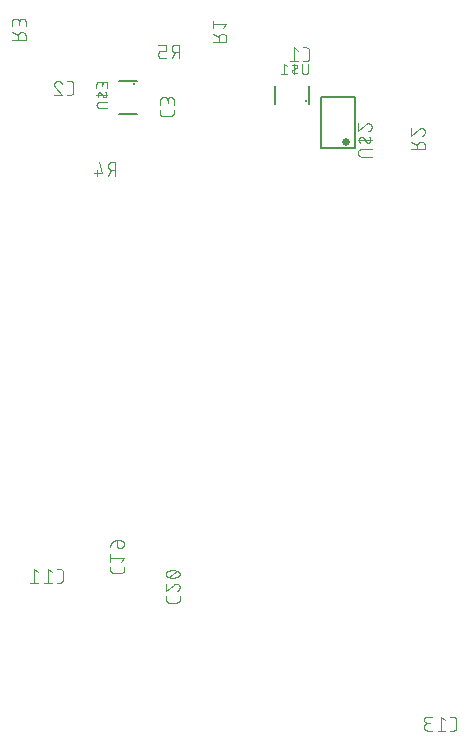
<source format=gbr>
G04 EAGLE Gerber RS-274X export*
G75*
%MOMM*%
%FSLAX34Y34*%
%LPD*%
%INSilkscreen Bottom*%
%IPPOS*%
%AMOC8*
5,1,8,0,0,1.08239X$1,22.5*%
G01*
%ADD10C,0.101600*%
%ADD11C,0.152400*%
%ADD12C,0.200000*%
%ADD13C,0.203200*%
%ADD14C,0.650000*%


D10*
X349864Y710108D02*
X352461Y710108D01*
X352560Y710110D01*
X352660Y710116D01*
X352759Y710125D01*
X352857Y710138D01*
X352955Y710155D01*
X353053Y710176D01*
X353149Y710201D01*
X353244Y710229D01*
X353338Y710261D01*
X353431Y710296D01*
X353523Y710335D01*
X353613Y710378D01*
X353701Y710423D01*
X353788Y710473D01*
X353872Y710525D01*
X353955Y710581D01*
X354035Y710639D01*
X354113Y710701D01*
X354188Y710766D01*
X354261Y710834D01*
X354331Y710904D01*
X354399Y710977D01*
X354464Y711052D01*
X354526Y711130D01*
X354584Y711210D01*
X354640Y711293D01*
X354692Y711377D01*
X354742Y711464D01*
X354787Y711552D01*
X354830Y711642D01*
X354869Y711734D01*
X354904Y711827D01*
X354936Y711921D01*
X354964Y712016D01*
X354989Y712112D01*
X355010Y712210D01*
X355027Y712308D01*
X355040Y712406D01*
X355049Y712505D01*
X355055Y712605D01*
X355057Y712704D01*
X355057Y719196D01*
X355055Y719295D01*
X355049Y719395D01*
X355040Y719494D01*
X355027Y719592D01*
X355010Y719690D01*
X354989Y719788D01*
X354964Y719884D01*
X354936Y719979D01*
X354904Y720073D01*
X354869Y720166D01*
X354830Y720258D01*
X354787Y720348D01*
X354742Y720436D01*
X354692Y720523D01*
X354640Y720607D01*
X354584Y720690D01*
X354526Y720770D01*
X354464Y720848D01*
X354399Y720923D01*
X354331Y720996D01*
X354261Y721066D01*
X354188Y721134D01*
X354113Y721199D01*
X354035Y721261D01*
X353955Y721319D01*
X353872Y721375D01*
X353788Y721427D01*
X353701Y721477D01*
X353613Y721522D01*
X353523Y721565D01*
X353431Y721604D01*
X353338Y721639D01*
X353244Y721671D01*
X353149Y721699D01*
X353053Y721724D01*
X352955Y721745D01*
X352857Y721762D01*
X352759Y721775D01*
X352660Y721784D01*
X352560Y721790D01*
X352461Y721792D01*
X349864Y721792D01*
X345499Y719196D02*
X342254Y721792D01*
X342254Y710108D01*
X345499Y710108D02*
X339008Y710108D01*
X143846Y268508D02*
X141249Y268508D01*
X143846Y268508D02*
X143945Y268510D01*
X144045Y268516D01*
X144144Y268525D01*
X144242Y268538D01*
X144340Y268555D01*
X144438Y268576D01*
X144534Y268601D01*
X144629Y268629D01*
X144723Y268661D01*
X144816Y268696D01*
X144908Y268735D01*
X144998Y268778D01*
X145086Y268823D01*
X145173Y268873D01*
X145257Y268925D01*
X145340Y268981D01*
X145420Y269039D01*
X145498Y269101D01*
X145573Y269166D01*
X145646Y269234D01*
X145716Y269304D01*
X145784Y269377D01*
X145849Y269452D01*
X145911Y269530D01*
X145969Y269610D01*
X146025Y269693D01*
X146077Y269777D01*
X146127Y269864D01*
X146172Y269952D01*
X146215Y270042D01*
X146254Y270134D01*
X146289Y270227D01*
X146321Y270321D01*
X146349Y270416D01*
X146374Y270512D01*
X146395Y270610D01*
X146412Y270708D01*
X146425Y270806D01*
X146434Y270905D01*
X146440Y271005D01*
X146442Y271104D01*
X146442Y277596D01*
X146440Y277695D01*
X146434Y277795D01*
X146425Y277894D01*
X146412Y277992D01*
X146395Y278090D01*
X146374Y278188D01*
X146349Y278284D01*
X146321Y278379D01*
X146289Y278473D01*
X146254Y278566D01*
X146215Y278658D01*
X146172Y278748D01*
X146127Y278836D01*
X146077Y278923D01*
X146025Y279007D01*
X145969Y279090D01*
X145911Y279170D01*
X145849Y279248D01*
X145784Y279323D01*
X145716Y279396D01*
X145646Y279466D01*
X145573Y279534D01*
X145498Y279599D01*
X145420Y279661D01*
X145340Y279719D01*
X145257Y279775D01*
X145173Y279827D01*
X145086Y279877D01*
X144998Y279922D01*
X144908Y279965D01*
X144816Y280004D01*
X144723Y280039D01*
X144629Y280071D01*
X144534Y280099D01*
X144438Y280124D01*
X144340Y280145D01*
X144242Y280162D01*
X144144Y280175D01*
X144045Y280184D01*
X143945Y280190D01*
X143846Y280192D01*
X141249Y280192D01*
X136884Y277596D02*
X133638Y280192D01*
X133638Y268508D01*
X130393Y268508D02*
X136884Y268508D01*
X125454Y277596D02*
X122208Y280192D01*
X122208Y268508D01*
X118963Y268508D02*
X125454Y268508D01*
X474444Y143458D02*
X477041Y143458D01*
X477140Y143460D01*
X477240Y143466D01*
X477339Y143475D01*
X477437Y143488D01*
X477535Y143505D01*
X477633Y143526D01*
X477729Y143551D01*
X477824Y143579D01*
X477918Y143611D01*
X478011Y143646D01*
X478103Y143685D01*
X478193Y143728D01*
X478281Y143773D01*
X478368Y143823D01*
X478452Y143875D01*
X478535Y143931D01*
X478615Y143989D01*
X478693Y144051D01*
X478768Y144116D01*
X478841Y144184D01*
X478911Y144254D01*
X478979Y144327D01*
X479044Y144402D01*
X479106Y144480D01*
X479164Y144560D01*
X479220Y144643D01*
X479272Y144727D01*
X479322Y144814D01*
X479367Y144902D01*
X479410Y144992D01*
X479449Y145084D01*
X479484Y145177D01*
X479516Y145271D01*
X479544Y145366D01*
X479569Y145462D01*
X479590Y145560D01*
X479607Y145658D01*
X479620Y145756D01*
X479629Y145855D01*
X479635Y145955D01*
X479637Y146054D01*
X479637Y152546D01*
X479635Y152645D01*
X479629Y152745D01*
X479620Y152844D01*
X479607Y152942D01*
X479590Y153040D01*
X479569Y153138D01*
X479544Y153234D01*
X479516Y153329D01*
X479484Y153423D01*
X479449Y153516D01*
X479410Y153608D01*
X479367Y153698D01*
X479322Y153786D01*
X479272Y153873D01*
X479220Y153957D01*
X479164Y154040D01*
X479106Y154120D01*
X479044Y154198D01*
X478979Y154273D01*
X478911Y154346D01*
X478841Y154416D01*
X478768Y154484D01*
X478693Y154549D01*
X478615Y154611D01*
X478535Y154669D01*
X478452Y154725D01*
X478368Y154777D01*
X478281Y154827D01*
X478193Y154872D01*
X478103Y154915D01*
X478011Y154954D01*
X477918Y154989D01*
X477824Y155021D01*
X477729Y155049D01*
X477633Y155074D01*
X477535Y155095D01*
X477437Y155112D01*
X477339Y155125D01*
X477240Y155134D01*
X477140Y155140D01*
X477041Y155142D01*
X474444Y155142D01*
X470079Y152546D02*
X466834Y155142D01*
X466834Y143458D01*
X470079Y143458D02*
X463588Y143458D01*
X458649Y143458D02*
X455404Y143458D01*
X455291Y143460D01*
X455178Y143466D01*
X455065Y143476D01*
X454952Y143490D01*
X454840Y143507D01*
X454729Y143529D01*
X454619Y143554D01*
X454509Y143584D01*
X454401Y143617D01*
X454294Y143654D01*
X454188Y143694D01*
X454084Y143739D01*
X453981Y143787D01*
X453880Y143838D01*
X453781Y143893D01*
X453684Y143951D01*
X453589Y144013D01*
X453496Y144078D01*
X453406Y144146D01*
X453318Y144217D01*
X453232Y144292D01*
X453149Y144369D01*
X453069Y144449D01*
X452992Y144532D01*
X452917Y144618D01*
X452846Y144706D01*
X452778Y144796D01*
X452713Y144889D01*
X452651Y144984D01*
X452593Y145081D01*
X452538Y145180D01*
X452487Y145281D01*
X452439Y145384D01*
X452394Y145488D01*
X452354Y145594D01*
X452317Y145701D01*
X452284Y145809D01*
X452254Y145919D01*
X452229Y146029D01*
X452207Y146140D01*
X452190Y146252D01*
X452176Y146365D01*
X452166Y146478D01*
X452160Y146591D01*
X452158Y146704D01*
X452160Y146817D01*
X452166Y146930D01*
X452176Y147043D01*
X452190Y147156D01*
X452207Y147268D01*
X452229Y147379D01*
X452254Y147489D01*
X452284Y147599D01*
X452317Y147707D01*
X452354Y147814D01*
X452394Y147920D01*
X452439Y148024D01*
X452487Y148127D01*
X452538Y148228D01*
X452593Y148327D01*
X452651Y148424D01*
X452713Y148519D01*
X452778Y148612D01*
X452846Y148702D01*
X452917Y148790D01*
X452992Y148876D01*
X453069Y148959D01*
X453149Y149039D01*
X453232Y149116D01*
X453318Y149191D01*
X453406Y149262D01*
X453496Y149330D01*
X453589Y149395D01*
X453684Y149457D01*
X453781Y149515D01*
X453880Y149570D01*
X453981Y149621D01*
X454084Y149669D01*
X454188Y149714D01*
X454294Y149754D01*
X454401Y149791D01*
X454509Y149824D01*
X454619Y149854D01*
X454729Y149879D01*
X454840Y149901D01*
X454952Y149918D01*
X455065Y149932D01*
X455178Y149942D01*
X455291Y149948D01*
X455404Y149950D01*
X454754Y155142D02*
X458649Y155142D01*
X454754Y155142D02*
X454653Y155140D01*
X454553Y155134D01*
X454453Y155124D01*
X454353Y155111D01*
X454254Y155093D01*
X454155Y155072D01*
X454058Y155047D01*
X453961Y155018D01*
X453866Y154985D01*
X453772Y154949D01*
X453680Y154909D01*
X453589Y154866D01*
X453500Y154819D01*
X453413Y154769D01*
X453327Y154715D01*
X453244Y154658D01*
X453164Y154598D01*
X453085Y154535D01*
X453009Y154468D01*
X452936Y154399D01*
X452866Y154327D01*
X452798Y154253D01*
X452733Y154176D01*
X452672Y154096D01*
X452613Y154014D01*
X452558Y153930D01*
X452506Y153844D01*
X452457Y153756D01*
X452412Y153666D01*
X452370Y153574D01*
X452332Y153481D01*
X452298Y153386D01*
X452267Y153291D01*
X452240Y153194D01*
X452217Y153096D01*
X452197Y152997D01*
X452182Y152897D01*
X452170Y152797D01*
X452162Y152697D01*
X452158Y152596D01*
X452158Y152496D01*
X452162Y152395D01*
X452170Y152295D01*
X452182Y152195D01*
X452197Y152095D01*
X452217Y151996D01*
X452240Y151898D01*
X452267Y151801D01*
X452298Y151706D01*
X452332Y151611D01*
X452370Y151518D01*
X452412Y151426D01*
X452457Y151336D01*
X452506Y151248D01*
X452558Y151162D01*
X452613Y151078D01*
X452672Y150996D01*
X452733Y150916D01*
X452798Y150839D01*
X452866Y150765D01*
X452936Y150693D01*
X453009Y150624D01*
X453085Y150557D01*
X453164Y150494D01*
X453244Y150434D01*
X453327Y150377D01*
X453413Y150323D01*
X453500Y150273D01*
X453589Y150226D01*
X453680Y150183D01*
X453772Y150143D01*
X453866Y150107D01*
X453961Y150074D01*
X454058Y150045D01*
X454155Y150020D01*
X454254Y149999D01*
X454353Y149981D01*
X454453Y149968D01*
X454553Y149958D01*
X454653Y149952D01*
X454754Y149950D01*
X454754Y149949D02*
X457351Y149949D01*
X186608Y279609D02*
X186608Y282206D01*
X186608Y279609D02*
X186610Y279510D01*
X186616Y279410D01*
X186625Y279311D01*
X186638Y279213D01*
X186655Y279115D01*
X186676Y279017D01*
X186701Y278921D01*
X186729Y278826D01*
X186761Y278732D01*
X186796Y278639D01*
X186835Y278547D01*
X186878Y278457D01*
X186923Y278369D01*
X186973Y278282D01*
X187025Y278198D01*
X187081Y278115D01*
X187139Y278035D01*
X187201Y277957D01*
X187266Y277882D01*
X187334Y277809D01*
X187404Y277739D01*
X187477Y277671D01*
X187552Y277606D01*
X187630Y277544D01*
X187710Y277486D01*
X187793Y277430D01*
X187877Y277378D01*
X187964Y277328D01*
X188052Y277283D01*
X188142Y277240D01*
X188234Y277201D01*
X188327Y277166D01*
X188421Y277134D01*
X188516Y277106D01*
X188612Y277081D01*
X188710Y277060D01*
X188808Y277043D01*
X188906Y277030D01*
X189005Y277021D01*
X189105Y277015D01*
X189204Y277013D01*
X195696Y277013D01*
X195795Y277015D01*
X195895Y277021D01*
X195994Y277030D01*
X196092Y277043D01*
X196190Y277060D01*
X196288Y277081D01*
X196384Y277106D01*
X196479Y277134D01*
X196573Y277166D01*
X196666Y277201D01*
X196758Y277240D01*
X196848Y277283D01*
X196936Y277328D01*
X197023Y277378D01*
X197107Y277430D01*
X197190Y277486D01*
X197270Y277544D01*
X197348Y277606D01*
X197423Y277671D01*
X197496Y277739D01*
X197566Y277809D01*
X197634Y277882D01*
X197699Y277957D01*
X197761Y278035D01*
X197819Y278115D01*
X197875Y278198D01*
X197927Y278282D01*
X197977Y278369D01*
X198022Y278457D01*
X198065Y278547D01*
X198104Y278639D01*
X198139Y278731D01*
X198171Y278826D01*
X198199Y278921D01*
X198224Y279017D01*
X198245Y279115D01*
X198262Y279213D01*
X198275Y279311D01*
X198284Y279410D01*
X198290Y279510D01*
X198292Y279609D01*
X198292Y282206D01*
X195696Y286571D02*
X198292Y289816D01*
X186608Y289816D01*
X186608Y286571D02*
X186608Y293062D01*
X191801Y300597D02*
X191801Y304492D01*
X191801Y300597D02*
X191803Y300498D01*
X191809Y300398D01*
X191818Y300299D01*
X191831Y300201D01*
X191848Y300103D01*
X191869Y300005D01*
X191894Y299909D01*
X191922Y299814D01*
X191954Y299720D01*
X191989Y299627D01*
X192028Y299535D01*
X192071Y299445D01*
X192116Y299357D01*
X192166Y299270D01*
X192218Y299186D01*
X192274Y299103D01*
X192332Y299023D01*
X192394Y298945D01*
X192459Y298870D01*
X192527Y298797D01*
X192597Y298727D01*
X192670Y298659D01*
X192745Y298594D01*
X192823Y298532D01*
X192903Y298474D01*
X192986Y298418D01*
X193070Y298366D01*
X193157Y298316D01*
X193245Y298271D01*
X193335Y298228D01*
X193427Y298189D01*
X193520Y298154D01*
X193614Y298122D01*
X193709Y298094D01*
X193805Y298069D01*
X193903Y298048D01*
X194001Y298031D01*
X194099Y298018D01*
X194198Y298009D01*
X194298Y298003D01*
X194397Y298001D01*
X195046Y298001D01*
X195046Y298000D02*
X195159Y298002D01*
X195272Y298008D01*
X195385Y298018D01*
X195498Y298032D01*
X195610Y298049D01*
X195721Y298071D01*
X195831Y298096D01*
X195941Y298126D01*
X196049Y298159D01*
X196156Y298196D01*
X196262Y298236D01*
X196366Y298281D01*
X196469Y298329D01*
X196570Y298380D01*
X196669Y298435D01*
X196766Y298493D01*
X196861Y298555D01*
X196954Y298620D01*
X197044Y298688D01*
X197132Y298759D01*
X197218Y298834D01*
X197301Y298911D01*
X197381Y298991D01*
X197458Y299074D01*
X197533Y299160D01*
X197604Y299248D01*
X197672Y299338D01*
X197737Y299431D01*
X197799Y299526D01*
X197857Y299623D01*
X197912Y299722D01*
X197963Y299823D01*
X198011Y299926D01*
X198056Y300030D01*
X198096Y300136D01*
X198133Y300243D01*
X198166Y300351D01*
X198196Y300461D01*
X198221Y300571D01*
X198243Y300682D01*
X198260Y300794D01*
X198274Y300907D01*
X198284Y301020D01*
X198290Y301133D01*
X198292Y301246D01*
X198290Y301359D01*
X198284Y301472D01*
X198274Y301585D01*
X198260Y301698D01*
X198243Y301810D01*
X198221Y301921D01*
X198196Y302031D01*
X198166Y302141D01*
X198133Y302249D01*
X198096Y302356D01*
X198056Y302462D01*
X198011Y302566D01*
X197963Y302669D01*
X197912Y302770D01*
X197857Y302869D01*
X197799Y302966D01*
X197737Y303061D01*
X197672Y303154D01*
X197604Y303244D01*
X197533Y303332D01*
X197458Y303418D01*
X197381Y303501D01*
X197301Y303581D01*
X197218Y303658D01*
X197132Y303733D01*
X197044Y303804D01*
X196954Y303872D01*
X196861Y303937D01*
X196766Y303999D01*
X196669Y304057D01*
X196570Y304112D01*
X196469Y304163D01*
X196366Y304211D01*
X196262Y304256D01*
X196156Y304296D01*
X196049Y304333D01*
X195941Y304366D01*
X195831Y304396D01*
X195721Y304421D01*
X195610Y304443D01*
X195498Y304460D01*
X195385Y304474D01*
X195272Y304484D01*
X195159Y304490D01*
X195046Y304492D01*
X191801Y304492D01*
X191658Y304490D01*
X191515Y304484D01*
X191372Y304474D01*
X191230Y304460D01*
X191088Y304443D01*
X190946Y304421D01*
X190805Y304396D01*
X190665Y304366D01*
X190526Y304333D01*
X190388Y304296D01*
X190251Y304255D01*
X190115Y304211D01*
X189980Y304162D01*
X189847Y304110D01*
X189715Y304055D01*
X189585Y303995D01*
X189456Y303932D01*
X189329Y303866D01*
X189205Y303796D01*
X189082Y303723D01*
X188961Y303646D01*
X188842Y303566D01*
X188726Y303483D01*
X188611Y303397D01*
X188500Y303308D01*
X188390Y303215D01*
X188284Y303120D01*
X188180Y303021D01*
X188079Y302920D01*
X187980Y302816D01*
X187885Y302710D01*
X187792Y302600D01*
X187703Y302489D01*
X187617Y302374D01*
X187534Y302258D01*
X187454Y302139D01*
X187377Y302018D01*
X187304Y301896D01*
X187234Y301771D01*
X187168Y301644D01*
X187105Y301515D01*
X187045Y301385D01*
X186990Y301253D01*
X186938Y301120D01*
X186889Y300985D01*
X186845Y300849D01*
X186804Y300712D01*
X186767Y300574D01*
X186734Y300435D01*
X186704Y300295D01*
X186679Y300154D01*
X186657Y300012D01*
X186640Y299870D01*
X186626Y299728D01*
X186616Y299585D01*
X186610Y299442D01*
X186608Y299299D01*
X152496Y681708D02*
X149899Y681708D01*
X152496Y681708D02*
X152595Y681710D01*
X152695Y681716D01*
X152794Y681725D01*
X152892Y681738D01*
X152990Y681755D01*
X153088Y681776D01*
X153184Y681801D01*
X153279Y681829D01*
X153373Y681861D01*
X153466Y681896D01*
X153558Y681935D01*
X153648Y681978D01*
X153736Y682023D01*
X153823Y682073D01*
X153907Y682125D01*
X153990Y682181D01*
X154070Y682239D01*
X154148Y682301D01*
X154223Y682366D01*
X154296Y682434D01*
X154366Y682504D01*
X154434Y682577D01*
X154499Y682652D01*
X154561Y682730D01*
X154619Y682810D01*
X154675Y682893D01*
X154727Y682977D01*
X154777Y683064D01*
X154822Y683152D01*
X154865Y683242D01*
X154904Y683334D01*
X154939Y683427D01*
X154971Y683521D01*
X154999Y683616D01*
X155024Y683712D01*
X155045Y683810D01*
X155062Y683908D01*
X155075Y684006D01*
X155084Y684105D01*
X155090Y684205D01*
X155092Y684304D01*
X155092Y690796D01*
X155090Y690895D01*
X155084Y690995D01*
X155075Y691094D01*
X155062Y691192D01*
X155045Y691290D01*
X155024Y691388D01*
X154999Y691484D01*
X154971Y691579D01*
X154939Y691673D01*
X154904Y691766D01*
X154865Y691858D01*
X154822Y691948D01*
X154777Y692036D01*
X154727Y692123D01*
X154675Y692207D01*
X154619Y692290D01*
X154561Y692370D01*
X154499Y692448D01*
X154434Y692523D01*
X154366Y692596D01*
X154296Y692666D01*
X154223Y692734D01*
X154148Y692799D01*
X154070Y692861D01*
X153990Y692919D01*
X153907Y692975D01*
X153823Y693027D01*
X153736Y693077D01*
X153648Y693122D01*
X153558Y693165D01*
X153466Y693204D01*
X153373Y693239D01*
X153279Y693271D01*
X153184Y693299D01*
X153088Y693324D01*
X152990Y693345D01*
X152892Y693362D01*
X152794Y693375D01*
X152695Y693384D01*
X152595Y693390D01*
X152496Y693392D01*
X149899Y693392D01*
X141964Y693392D02*
X141857Y693390D01*
X141751Y693384D01*
X141645Y693374D01*
X141539Y693361D01*
X141433Y693343D01*
X141329Y693322D01*
X141225Y693297D01*
X141122Y693268D01*
X141021Y693236D01*
X140921Y693199D01*
X140822Y693159D01*
X140724Y693116D01*
X140628Y693069D01*
X140534Y693018D01*
X140442Y692964D01*
X140352Y692907D01*
X140264Y692847D01*
X140179Y692783D01*
X140096Y692716D01*
X140015Y692646D01*
X139937Y692574D01*
X139861Y692498D01*
X139789Y692420D01*
X139719Y692339D01*
X139652Y692256D01*
X139588Y692171D01*
X139528Y692083D01*
X139471Y691993D01*
X139417Y691901D01*
X139366Y691807D01*
X139319Y691711D01*
X139276Y691613D01*
X139236Y691514D01*
X139199Y691414D01*
X139167Y691313D01*
X139138Y691210D01*
X139113Y691106D01*
X139092Y691002D01*
X139074Y690896D01*
X139061Y690790D01*
X139051Y690684D01*
X139045Y690578D01*
X139043Y690471D01*
X141964Y693392D02*
X142085Y693390D01*
X142206Y693384D01*
X142326Y693374D01*
X142447Y693361D01*
X142566Y693343D01*
X142686Y693322D01*
X142804Y693297D01*
X142921Y693268D01*
X143038Y693235D01*
X143153Y693199D01*
X143267Y693158D01*
X143380Y693115D01*
X143492Y693067D01*
X143601Y693016D01*
X143709Y692961D01*
X143816Y692903D01*
X143920Y692842D01*
X144022Y692777D01*
X144122Y692709D01*
X144220Y692638D01*
X144316Y692564D01*
X144409Y692487D01*
X144499Y692406D01*
X144587Y692323D01*
X144672Y692237D01*
X144755Y692148D01*
X144834Y692057D01*
X144911Y691963D01*
X144984Y691867D01*
X145054Y691769D01*
X145121Y691668D01*
X145185Y691565D01*
X145246Y691460D01*
X145303Y691353D01*
X145356Y691245D01*
X145406Y691135D01*
X145452Y691023D01*
X145495Y690910D01*
X145534Y690795D01*
X140017Y688199D02*
X139938Y688277D01*
X139862Y688357D01*
X139789Y688440D01*
X139719Y688526D01*
X139652Y688613D01*
X139588Y688704D01*
X139528Y688796D01*
X139470Y688890D01*
X139416Y688987D01*
X139366Y689085D01*
X139319Y689185D01*
X139275Y689286D01*
X139235Y689389D01*
X139199Y689494D01*
X139167Y689599D01*
X139138Y689706D01*
X139113Y689813D01*
X139091Y689922D01*
X139074Y690031D01*
X139060Y690140D01*
X139051Y690250D01*
X139045Y690361D01*
X139043Y690471D01*
X140016Y688199D02*
X145534Y681708D01*
X139043Y681708D01*
X233608Y257006D02*
X233608Y254409D01*
X233610Y254310D01*
X233616Y254210D01*
X233625Y254111D01*
X233638Y254013D01*
X233655Y253915D01*
X233676Y253817D01*
X233701Y253721D01*
X233729Y253626D01*
X233761Y253532D01*
X233796Y253439D01*
X233835Y253347D01*
X233878Y253257D01*
X233923Y253169D01*
X233973Y253082D01*
X234025Y252998D01*
X234081Y252915D01*
X234139Y252835D01*
X234201Y252757D01*
X234266Y252682D01*
X234334Y252609D01*
X234404Y252539D01*
X234477Y252471D01*
X234552Y252406D01*
X234630Y252344D01*
X234710Y252286D01*
X234793Y252230D01*
X234877Y252178D01*
X234964Y252128D01*
X235052Y252083D01*
X235142Y252040D01*
X235234Y252001D01*
X235327Y251966D01*
X235421Y251934D01*
X235516Y251906D01*
X235612Y251881D01*
X235710Y251860D01*
X235808Y251843D01*
X235906Y251830D01*
X236005Y251821D01*
X236105Y251815D01*
X236204Y251813D01*
X242696Y251813D01*
X242795Y251815D01*
X242895Y251821D01*
X242994Y251830D01*
X243092Y251843D01*
X243190Y251860D01*
X243288Y251881D01*
X243384Y251906D01*
X243479Y251934D01*
X243573Y251966D01*
X243666Y252001D01*
X243758Y252040D01*
X243848Y252083D01*
X243936Y252128D01*
X244023Y252178D01*
X244107Y252230D01*
X244190Y252286D01*
X244270Y252344D01*
X244348Y252406D01*
X244423Y252471D01*
X244496Y252539D01*
X244566Y252609D01*
X244634Y252682D01*
X244699Y252757D01*
X244761Y252835D01*
X244819Y252915D01*
X244875Y252998D01*
X244927Y253082D01*
X244977Y253169D01*
X245022Y253257D01*
X245065Y253347D01*
X245104Y253439D01*
X245139Y253531D01*
X245171Y253626D01*
X245199Y253721D01*
X245224Y253817D01*
X245245Y253915D01*
X245262Y254013D01*
X245275Y254111D01*
X245284Y254210D01*
X245290Y254310D01*
X245292Y254409D01*
X245292Y257006D01*
X245292Y264941D02*
X245290Y265048D01*
X245284Y265154D01*
X245274Y265260D01*
X245261Y265366D01*
X245243Y265472D01*
X245222Y265576D01*
X245197Y265680D01*
X245168Y265783D01*
X245136Y265884D01*
X245099Y265984D01*
X245059Y266083D01*
X245016Y266181D01*
X244969Y266277D01*
X244918Y266371D01*
X244864Y266463D01*
X244807Y266553D01*
X244747Y266641D01*
X244683Y266726D01*
X244616Y266809D01*
X244546Y266890D01*
X244474Y266968D01*
X244398Y267044D01*
X244320Y267116D01*
X244239Y267186D01*
X244156Y267253D01*
X244071Y267317D01*
X243983Y267377D01*
X243893Y267434D01*
X243801Y267488D01*
X243707Y267539D01*
X243611Y267586D01*
X243513Y267629D01*
X243414Y267669D01*
X243314Y267706D01*
X243213Y267738D01*
X243110Y267767D01*
X243006Y267792D01*
X242902Y267813D01*
X242796Y267831D01*
X242690Y267844D01*
X242584Y267854D01*
X242478Y267860D01*
X242371Y267862D01*
X245292Y264941D02*
X245290Y264820D01*
X245284Y264699D01*
X245274Y264579D01*
X245261Y264458D01*
X245243Y264339D01*
X245222Y264219D01*
X245197Y264101D01*
X245168Y263984D01*
X245135Y263867D01*
X245099Y263752D01*
X245058Y263638D01*
X245015Y263525D01*
X244967Y263413D01*
X244916Y263304D01*
X244861Y263196D01*
X244803Y263089D01*
X244742Y262985D01*
X244677Y262883D01*
X244609Y262783D01*
X244538Y262685D01*
X244464Y262589D01*
X244387Y262496D01*
X244306Y262406D01*
X244223Y262318D01*
X244137Y262233D01*
X244048Y262150D01*
X243957Y262071D01*
X243863Y261994D01*
X243767Y261921D01*
X243669Y261851D01*
X243568Y261784D01*
X243465Y261720D01*
X243360Y261660D01*
X243253Y261603D01*
X243145Y261549D01*
X243035Y261499D01*
X242923Y261453D01*
X242810Y261410D01*
X242695Y261371D01*
X240099Y266889D02*
X240176Y266968D01*
X240257Y267044D01*
X240340Y267117D01*
X240425Y267187D01*
X240513Y267254D01*
X240603Y267318D01*
X240695Y267378D01*
X240790Y267435D01*
X240886Y267489D01*
X240984Y267540D01*
X241084Y267587D01*
X241186Y267631D01*
X241289Y267671D01*
X241393Y267707D01*
X241499Y267739D01*
X241605Y267768D01*
X241713Y267793D01*
X241821Y267815D01*
X241931Y267832D01*
X242040Y267846D01*
X242150Y267855D01*
X242261Y267861D01*
X242371Y267863D01*
X240099Y266888D02*
X233608Y261371D01*
X233608Y267862D01*
X239450Y272801D02*
X239680Y272804D01*
X239910Y272812D01*
X240139Y272826D01*
X240368Y272845D01*
X240597Y272870D01*
X240824Y272900D01*
X241052Y272935D01*
X241278Y272976D01*
X241503Y273022D01*
X241727Y273074D01*
X241949Y273131D01*
X242171Y273193D01*
X242390Y273261D01*
X242608Y273334D01*
X242825Y273412D01*
X243039Y273495D01*
X243251Y273583D01*
X243461Y273676D01*
X243669Y273775D01*
X243669Y273774D02*
X243759Y273807D01*
X243848Y273843D01*
X243936Y273883D01*
X244021Y273927D01*
X244105Y273974D01*
X244187Y274024D01*
X244267Y274078D01*
X244344Y274134D01*
X244420Y274194D01*
X244493Y274257D01*
X244563Y274322D01*
X244631Y274391D01*
X244695Y274462D01*
X244757Y274535D01*
X244816Y274611D01*
X244872Y274689D01*
X244925Y274770D01*
X244974Y274852D01*
X245020Y274936D01*
X245063Y275023D01*
X245102Y275110D01*
X245138Y275200D01*
X245170Y275290D01*
X245198Y275382D01*
X245223Y275475D01*
X245244Y275569D01*
X245261Y275663D01*
X245275Y275758D01*
X245284Y275854D01*
X245290Y275950D01*
X245292Y276046D01*
X245290Y276142D01*
X245284Y276238D01*
X245275Y276334D01*
X245261Y276429D01*
X245244Y276523D01*
X245223Y276617D01*
X245198Y276710D01*
X245170Y276802D01*
X245138Y276892D01*
X245102Y276982D01*
X245063Y277069D01*
X245020Y277156D01*
X244974Y277240D01*
X244925Y277322D01*
X244872Y277403D01*
X244816Y277481D01*
X244757Y277557D01*
X244695Y277630D01*
X244631Y277701D01*
X244563Y277770D01*
X244493Y277835D01*
X244420Y277898D01*
X244344Y277958D01*
X244267Y278014D01*
X244187Y278068D01*
X244105Y278118D01*
X244021Y278165D01*
X243936Y278209D01*
X243848Y278249D01*
X243759Y278285D01*
X243669Y278318D01*
X243669Y278319D02*
X243462Y278418D01*
X243252Y278511D01*
X243039Y278599D01*
X242825Y278682D01*
X242609Y278760D01*
X242391Y278833D01*
X242171Y278901D01*
X241950Y278963D01*
X241727Y279020D01*
X241503Y279072D01*
X241278Y279118D01*
X241052Y279159D01*
X240825Y279194D01*
X240597Y279224D01*
X240368Y279249D01*
X240139Y279268D01*
X239910Y279282D01*
X239680Y279290D01*
X239450Y279293D01*
X239450Y272801D02*
X239220Y272804D01*
X238990Y272812D01*
X238761Y272826D01*
X238532Y272845D01*
X238303Y272870D01*
X238075Y272900D01*
X237848Y272935D01*
X237622Y272976D01*
X237397Y273022D01*
X237173Y273074D01*
X236950Y273131D01*
X236729Y273193D01*
X236509Y273261D01*
X236291Y273334D01*
X236075Y273412D01*
X235861Y273495D01*
X235649Y273583D01*
X235438Y273676D01*
X235231Y273775D01*
X235231Y273774D02*
X235141Y273807D01*
X235052Y273843D01*
X234964Y273884D01*
X234879Y273927D01*
X234795Y273974D01*
X234713Y274024D01*
X234633Y274078D01*
X234556Y274134D01*
X234480Y274194D01*
X234407Y274257D01*
X234337Y274322D01*
X234269Y274391D01*
X234205Y274462D01*
X234143Y274535D01*
X234084Y274611D01*
X234028Y274689D01*
X233975Y274770D01*
X233926Y274852D01*
X233880Y274936D01*
X233837Y275023D01*
X233798Y275110D01*
X233762Y275200D01*
X233730Y275290D01*
X233702Y275382D01*
X233677Y275475D01*
X233656Y275569D01*
X233639Y275663D01*
X233625Y275758D01*
X233616Y275854D01*
X233610Y275950D01*
X233608Y276046D01*
X235231Y278318D02*
X235438Y278417D01*
X235649Y278510D01*
X235861Y278598D01*
X236075Y278681D01*
X236291Y278759D01*
X236509Y278832D01*
X236729Y278900D01*
X236950Y278962D01*
X237173Y279019D01*
X237397Y279071D01*
X237622Y279117D01*
X237848Y279158D01*
X238075Y279193D01*
X238303Y279223D01*
X238532Y279248D01*
X238761Y279267D01*
X238990Y279281D01*
X239220Y279289D01*
X239450Y279292D01*
X235231Y278318D02*
X235141Y278285D01*
X235052Y278249D01*
X234964Y278209D01*
X234879Y278165D01*
X234795Y278118D01*
X234713Y278068D01*
X234633Y278014D01*
X234556Y277958D01*
X234480Y277898D01*
X234407Y277835D01*
X234337Y277770D01*
X234269Y277701D01*
X234205Y277630D01*
X234143Y277557D01*
X234084Y277481D01*
X234028Y277403D01*
X233975Y277322D01*
X233926Y277240D01*
X233880Y277156D01*
X233837Y277069D01*
X233798Y276982D01*
X233762Y276892D01*
X233730Y276802D01*
X233702Y276710D01*
X233677Y276617D01*
X233656Y276523D01*
X233639Y276429D01*
X233625Y276334D01*
X233616Y276238D01*
X233610Y276142D01*
X233608Y276046D01*
X236204Y273450D02*
X242696Y278643D01*
X228608Y666439D02*
X228608Y669036D01*
X228608Y666439D02*
X228610Y666340D01*
X228616Y666240D01*
X228625Y666141D01*
X228638Y666043D01*
X228655Y665945D01*
X228676Y665847D01*
X228701Y665751D01*
X228729Y665656D01*
X228761Y665562D01*
X228796Y665469D01*
X228835Y665377D01*
X228878Y665287D01*
X228923Y665199D01*
X228973Y665112D01*
X229025Y665028D01*
X229081Y664945D01*
X229139Y664865D01*
X229201Y664787D01*
X229266Y664712D01*
X229334Y664639D01*
X229404Y664569D01*
X229477Y664501D01*
X229552Y664436D01*
X229630Y664374D01*
X229710Y664316D01*
X229793Y664260D01*
X229877Y664208D01*
X229964Y664158D01*
X230052Y664113D01*
X230142Y664070D01*
X230234Y664031D01*
X230327Y663996D01*
X230421Y663964D01*
X230516Y663936D01*
X230612Y663911D01*
X230710Y663890D01*
X230808Y663873D01*
X230906Y663860D01*
X231005Y663851D01*
X231105Y663845D01*
X231204Y663843D01*
X237696Y663843D01*
X237795Y663845D01*
X237895Y663851D01*
X237994Y663860D01*
X238092Y663873D01*
X238190Y663890D01*
X238288Y663911D01*
X238384Y663936D01*
X238479Y663964D01*
X238573Y663996D01*
X238666Y664031D01*
X238758Y664070D01*
X238848Y664113D01*
X238936Y664158D01*
X239023Y664208D01*
X239107Y664260D01*
X239190Y664316D01*
X239270Y664374D01*
X239348Y664436D01*
X239423Y664501D01*
X239496Y664569D01*
X239566Y664639D01*
X239634Y664712D01*
X239699Y664787D01*
X239761Y664865D01*
X239819Y664945D01*
X239875Y665028D01*
X239927Y665112D01*
X239977Y665199D01*
X240022Y665287D01*
X240065Y665377D01*
X240104Y665469D01*
X240139Y665561D01*
X240171Y665656D01*
X240199Y665751D01*
X240224Y665847D01*
X240245Y665945D01*
X240262Y666043D01*
X240275Y666141D01*
X240284Y666240D01*
X240290Y666340D01*
X240292Y666439D01*
X240292Y669036D01*
X228608Y673401D02*
X228608Y676646D01*
X228610Y676759D01*
X228616Y676872D01*
X228626Y676985D01*
X228640Y677098D01*
X228657Y677210D01*
X228679Y677321D01*
X228704Y677431D01*
X228734Y677541D01*
X228767Y677649D01*
X228804Y677756D01*
X228844Y677862D01*
X228889Y677966D01*
X228937Y678069D01*
X228988Y678170D01*
X229043Y678269D01*
X229101Y678366D01*
X229163Y678461D01*
X229228Y678554D01*
X229296Y678644D01*
X229367Y678732D01*
X229442Y678818D01*
X229519Y678901D01*
X229599Y678981D01*
X229682Y679058D01*
X229768Y679133D01*
X229856Y679204D01*
X229946Y679272D01*
X230039Y679337D01*
X230134Y679399D01*
X230231Y679457D01*
X230330Y679512D01*
X230431Y679563D01*
X230534Y679611D01*
X230638Y679656D01*
X230744Y679696D01*
X230851Y679733D01*
X230959Y679766D01*
X231069Y679796D01*
X231179Y679821D01*
X231290Y679843D01*
X231402Y679860D01*
X231515Y679874D01*
X231628Y679884D01*
X231741Y679890D01*
X231854Y679892D01*
X231967Y679890D01*
X232080Y679884D01*
X232193Y679874D01*
X232306Y679860D01*
X232418Y679843D01*
X232529Y679821D01*
X232639Y679796D01*
X232749Y679766D01*
X232857Y679733D01*
X232964Y679696D01*
X233070Y679656D01*
X233174Y679611D01*
X233277Y679563D01*
X233378Y679512D01*
X233477Y679457D01*
X233574Y679399D01*
X233669Y679337D01*
X233762Y679272D01*
X233852Y679204D01*
X233940Y679133D01*
X234026Y679058D01*
X234109Y678981D01*
X234189Y678901D01*
X234266Y678818D01*
X234341Y678732D01*
X234412Y678644D01*
X234480Y678554D01*
X234545Y678461D01*
X234607Y678366D01*
X234665Y678269D01*
X234720Y678170D01*
X234771Y678069D01*
X234819Y677966D01*
X234864Y677862D01*
X234904Y677756D01*
X234941Y677649D01*
X234974Y677541D01*
X235004Y677431D01*
X235029Y677321D01*
X235051Y677210D01*
X235068Y677098D01*
X235082Y676985D01*
X235092Y676872D01*
X235098Y676759D01*
X235100Y676646D01*
X240292Y677296D02*
X240292Y673401D01*
X240292Y677296D02*
X240290Y677397D01*
X240284Y677497D01*
X240274Y677597D01*
X240261Y677697D01*
X240243Y677796D01*
X240222Y677895D01*
X240197Y677992D01*
X240168Y678089D01*
X240135Y678184D01*
X240099Y678278D01*
X240059Y678370D01*
X240016Y678461D01*
X239969Y678550D01*
X239919Y678637D01*
X239865Y678723D01*
X239808Y678806D01*
X239748Y678886D01*
X239685Y678965D01*
X239618Y679041D01*
X239549Y679114D01*
X239477Y679184D01*
X239403Y679252D01*
X239326Y679317D01*
X239246Y679378D01*
X239164Y679437D01*
X239080Y679492D01*
X238994Y679544D01*
X238906Y679593D01*
X238816Y679638D01*
X238724Y679680D01*
X238631Y679718D01*
X238536Y679752D01*
X238441Y679783D01*
X238344Y679810D01*
X238246Y679833D01*
X238147Y679853D01*
X238047Y679868D01*
X237947Y679880D01*
X237847Y679888D01*
X237746Y679892D01*
X237646Y679892D01*
X237545Y679888D01*
X237445Y679880D01*
X237345Y679868D01*
X237245Y679853D01*
X237146Y679833D01*
X237048Y679810D01*
X236951Y679783D01*
X236856Y679752D01*
X236761Y679718D01*
X236668Y679680D01*
X236576Y679638D01*
X236486Y679593D01*
X236398Y679544D01*
X236312Y679492D01*
X236228Y679437D01*
X236146Y679378D01*
X236066Y679317D01*
X235989Y679252D01*
X235915Y679184D01*
X235843Y679114D01*
X235774Y679041D01*
X235707Y678965D01*
X235644Y678886D01*
X235584Y678806D01*
X235527Y678723D01*
X235473Y678637D01*
X235423Y678550D01*
X235376Y678461D01*
X235333Y678370D01*
X235293Y678278D01*
X235257Y678184D01*
X235224Y678089D01*
X235195Y677992D01*
X235170Y677895D01*
X235149Y677796D01*
X235131Y677697D01*
X235118Y677597D01*
X235108Y677497D01*
X235102Y677397D01*
X235100Y677296D01*
X235099Y677296D02*
X235099Y674699D01*
X273108Y726745D02*
X284792Y726745D01*
X284792Y729990D01*
X284790Y730103D01*
X284784Y730216D01*
X284774Y730329D01*
X284760Y730442D01*
X284743Y730554D01*
X284721Y730665D01*
X284696Y730775D01*
X284666Y730885D01*
X284633Y730993D01*
X284596Y731100D01*
X284556Y731206D01*
X284511Y731310D01*
X284463Y731413D01*
X284412Y731514D01*
X284357Y731613D01*
X284299Y731710D01*
X284237Y731805D01*
X284172Y731898D01*
X284104Y731988D01*
X284033Y732076D01*
X283958Y732162D01*
X283881Y732245D01*
X283801Y732325D01*
X283718Y732402D01*
X283632Y732477D01*
X283544Y732548D01*
X283454Y732616D01*
X283361Y732681D01*
X283266Y732743D01*
X283169Y732801D01*
X283070Y732856D01*
X282969Y732907D01*
X282866Y732955D01*
X282762Y733000D01*
X282656Y733040D01*
X282549Y733077D01*
X282441Y733110D01*
X282331Y733140D01*
X282221Y733165D01*
X282110Y733187D01*
X281998Y733204D01*
X281885Y733218D01*
X281772Y733228D01*
X281659Y733234D01*
X281546Y733236D01*
X281433Y733234D01*
X281320Y733228D01*
X281207Y733218D01*
X281094Y733204D01*
X280982Y733187D01*
X280871Y733165D01*
X280761Y733140D01*
X280651Y733110D01*
X280543Y733077D01*
X280436Y733040D01*
X280330Y733000D01*
X280226Y732955D01*
X280123Y732907D01*
X280022Y732856D01*
X279923Y732801D01*
X279826Y732743D01*
X279731Y732681D01*
X279638Y732616D01*
X279548Y732548D01*
X279460Y732477D01*
X279374Y732402D01*
X279291Y732325D01*
X279211Y732245D01*
X279134Y732162D01*
X279059Y732076D01*
X278988Y731988D01*
X278920Y731898D01*
X278855Y731805D01*
X278793Y731710D01*
X278735Y731613D01*
X278680Y731514D01*
X278629Y731413D01*
X278581Y731310D01*
X278536Y731206D01*
X278496Y731100D01*
X278459Y730993D01*
X278426Y730885D01*
X278396Y730775D01*
X278371Y730665D01*
X278349Y730554D01*
X278332Y730442D01*
X278318Y730329D01*
X278308Y730216D01*
X278302Y730103D01*
X278300Y729990D01*
X278301Y729990D02*
X278301Y726745D01*
X278301Y730639D02*
X273108Y733236D01*
X282196Y738101D02*
X284792Y741346D01*
X273108Y741346D01*
X273108Y738101D02*
X273108Y744592D01*
X441208Y635608D02*
X452892Y635608D01*
X452892Y638854D01*
X452890Y638967D01*
X452884Y639080D01*
X452874Y639193D01*
X452860Y639306D01*
X452843Y639418D01*
X452821Y639529D01*
X452796Y639639D01*
X452766Y639749D01*
X452733Y639857D01*
X452696Y639964D01*
X452656Y640070D01*
X452611Y640174D01*
X452563Y640277D01*
X452512Y640378D01*
X452457Y640477D01*
X452399Y640574D01*
X452337Y640669D01*
X452272Y640762D01*
X452204Y640852D01*
X452133Y640940D01*
X452058Y641026D01*
X451981Y641109D01*
X451901Y641189D01*
X451818Y641266D01*
X451732Y641341D01*
X451644Y641412D01*
X451554Y641480D01*
X451461Y641545D01*
X451366Y641607D01*
X451269Y641665D01*
X451170Y641720D01*
X451069Y641771D01*
X450966Y641819D01*
X450862Y641864D01*
X450756Y641904D01*
X450649Y641941D01*
X450541Y641974D01*
X450431Y642004D01*
X450321Y642029D01*
X450210Y642051D01*
X450098Y642068D01*
X449985Y642082D01*
X449872Y642092D01*
X449759Y642098D01*
X449646Y642100D01*
X449533Y642098D01*
X449420Y642092D01*
X449307Y642082D01*
X449194Y642068D01*
X449082Y642051D01*
X448971Y642029D01*
X448861Y642004D01*
X448751Y641974D01*
X448643Y641941D01*
X448536Y641904D01*
X448430Y641864D01*
X448326Y641819D01*
X448223Y641771D01*
X448122Y641720D01*
X448023Y641665D01*
X447926Y641607D01*
X447831Y641545D01*
X447738Y641480D01*
X447648Y641412D01*
X447560Y641341D01*
X447474Y641266D01*
X447391Y641189D01*
X447311Y641109D01*
X447234Y641026D01*
X447159Y640940D01*
X447088Y640852D01*
X447020Y640762D01*
X446955Y640669D01*
X446893Y640574D01*
X446835Y640477D01*
X446780Y640378D01*
X446729Y640277D01*
X446681Y640174D01*
X446636Y640070D01*
X446596Y639964D01*
X446559Y639857D01*
X446526Y639749D01*
X446496Y639639D01*
X446471Y639529D01*
X446449Y639418D01*
X446432Y639306D01*
X446418Y639193D01*
X446408Y639080D01*
X446402Y638967D01*
X446400Y638854D01*
X446401Y638854D02*
X446401Y635608D01*
X446401Y639503D02*
X441208Y642099D01*
X449971Y653455D02*
X450078Y653453D01*
X450184Y653447D01*
X450290Y653437D01*
X450396Y653424D01*
X450502Y653406D01*
X450606Y653385D01*
X450710Y653360D01*
X450813Y653331D01*
X450914Y653299D01*
X451014Y653262D01*
X451113Y653222D01*
X451211Y653179D01*
X451307Y653132D01*
X451401Y653081D01*
X451493Y653027D01*
X451583Y652970D01*
X451671Y652910D01*
X451756Y652846D01*
X451839Y652779D01*
X451920Y652709D01*
X451998Y652637D01*
X452074Y652561D01*
X452146Y652483D01*
X452216Y652402D01*
X452283Y652319D01*
X452347Y652234D01*
X452407Y652146D01*
X452464Y652056D01*
X452518Y651964D01*
X452569Y651870D01*
X452616Y651774D01*
X452659Y651676D01*
X452699Y651577D01*
X452736Y651477D01*
X452768Y651376D01*
X452797Y651273D01*
X452822Y651169D01*
X452843Y651065D01*
X452861Y650959D01*
X452874Y650853D01*
X452884Y650747D01*
X452890Y650641D01*
X452892Y650534D01*
X452890Y650413D01*
X452884Y650292D01*
X452874Y650172D01*
X452861Y650051D01*
X452843Y649932D01*
X452822Y649812D01*
X452797Y649694D01*
X452768Y649577D01*
X452735Y649460D01*
X452699Y649345D01*
X452658Y649231D01*
X452615Y649118D01*
X452567Y649006D01*
X452516Y648897D01*
X452461Y648789D01*
X452403Y648682D01*
X452342Y648578D01*
X452277Y648476D01*
X452209Y648376D01*
X452138Y648278D01*
X452064Y648182D01*
X451987Y648089D01*
X451906Y647999D01*
X451823Y647911D01*
X451737Y647826D01*
X451648Y647743D01*
X451557Y647664D01*
X451463Y647587D01*
X451367Y647514D01*
X451269Y647444D01*
X451168Y647377D01*
X451065Y647313D01*
X450960Y647253D01*
X450853Y647196D01*
X450745Y647142D01*
X450635Y647092D01*
X450523Y647046D01*
X450410Y647003D01*
X450295Y646964D01*
X447699Y652482D02*
X447776Y652561D01*
X447857Y652637D01*
X447940Y652710D01*
X448025Y652780D01*
X448113Y652847D01*
X448203Y652911D01*
X448295Y652971D01*
X448390Y653028D01*
X448486Y653082D01*
X448584Y653133D01*
X448684Y653180D01*
X448786Y653224D01*
X448889Y653264D01*
X448993Y653300D01*
X449099Y653332D01*
X449205Y653361D01*
X449313Y653386D01*
X449421Y653408D01*
X449531Y653425D01*
X449640Y653439D01*
X449750Y653448D01*
X449861Y653454D01*
X449971Y653456D01*
X447699Y652482D02*
X441208Y646964D01*
X441208Y653455D01*
X114792Y728345D02*
X103108Y728345D01*
X114792Y728345D02*
X114792Y731590D01*
X114790Y731703D01*
X114784Y731816D01*
X114774Y731929D01*
X114760Y732042D01*
X114743Y732154D01*
X114721Y732265D01*
X114696Y732375D01*
X114666Y732485D01*
X114633Y732593D01*
X114596Y732700D01*
X114556Y732806D01*
X114511Y732910D01*
X114463Y733013D01*
X114412Y733114D01*
X114357Y733213D01*
X114299Y733310D01*
X114237Y733405D01*
X114172Y733498D01*
X114104Y733588D01*
X114033Y733676D01*
X113958Y733762D01*
X113881Y733845D01*
X113801Y733925D01*
X113718Y734002D01*
X113632Y734077D01*
X113544Y734148D01*
X113454Y734216D01*
X113361Y734281D01*
X113266Y734343D01*
X113169Y734401D01*
X113070Y734456D01*
X112969Y734507D01*
X112866Y734555D01*
X112762Y734600D01*
X112656Y734640D01*
X112549Y734677D01*
X112441Y734710D01*
X112331Y734740D01*
X112221Y734765D01*
X112110Y734787D01*
X111998Y734804D01*
X111885Y734818D01*
X111772Y734828D01*
X111659Y734834D01*
X111546Y734836D01*
X111433Y734834D01*
X111320Y734828D01*
X111207Y734818D01*
X111094Y734804D01*
X110982Y734787D01*
X110871Y734765D01*
X110761Y734740D01*
X110651Y734710D01*
X110543Y734677D01*
X110436Y734640D01*
X110330Y734600D01*
X110226Y734555D01*
X110123Y734507D01*
X110022Y734456D01*
X109923Y734401D01*
X109826Y734343D01*
X109731Y734281D01*
X109638Y734216D01*
X109548Y734148D01*
X109460Y734077D01*
X109374Y734002D01*
X109291Y733925D01*
X109211Y733845D01*
X109134Y733762D01*
X109059Y733676D01*
X108988Y733588D01*
X108920Y733498D01*
X108855Y733405D01*
X108793Y733310D01*
X108735Y733213D01*
X108680Y733114D01*
X108629Y733013D01*
X108581Y732910D01*
X108536Y732806D01*
X108496Y732700D01*
X108459Y732593D01*
X108426Y732485D01*
X108396Y732375D01*
X108371Y732265D01*
X108349Y732154D01*
X108332Y732042D01*
X108318Y731929D01*
X108308Y731816D01*
X108302Y731703D01*
X108300Y731590D01*
X108301Y731590D02*
X108301Y728345D01*
X108301Y732239D02*
X103108Y734836D01*
X103108Y739701D02*
X103108Y742946D01*
X103110Y743059D01*
X103116Y743172D01*
X103126Y743285D01*
X103140Y743398D01*
X103157Y743510D01*
X103179Y743621D01*
X103204Y743731D01*
X103234Y743841D01*
X103267Y743949D01*
X103304Y744056D01*
X103344Y744162D01*
X103389Y744266D01*
X103437Y744369D01*
X103488Y744470D01*
X103543Y744569D01*
X103601Y744666D01*
X103663Y744761D01*
X103728Y744854D01*
X103796Y744944D01*
X103867Y745032D01*
X103942Y745118D01*
X104019Y745201D01*
X104099Y745281D01*
X104182Y745358D01*
X104268Y745433D01*
X104356Y745504D01*
X104446Y745572D01*
X104539Y745637D01*
X104634Y745699D01*
X104731Y745757D01*
X104830Y745812D01*
X104931Y745863D01*
X105034Y745911D01*
X105138Y745956D01*
X105244Y745996D01*
X105351Y746033D01*
X105459Y746066D01*
X105569Y746096D01*
X105679Y746121D01*
X105790Y746143D01*
X105902Y746160D01*
X106015Y746174D01*
X106128Y746184D01*
X106241Y746190D01*
X106354Y746192D01*
X106467Y746190D01*
X106580Y746184D01*
X106693Y746174D01*
X106806Y746160D01*
X106918Y746143D01*
X107029Y746121D01*
X107139Y746096D01*
X107249Y746066D01*
X107357Y746033D01*
X107464Y745996D01*
X107570Y745956D01*
X107674Y745911D01*
X107777Y745863D01*
X107878Y745812D01*
X107977Y745757D01*
X108074Y745699D01*
X108169Y745637D01*
X108262Y745572D01*
X108352Y745504D01*
X108440Y745433D01*
X108526Y745358D01*
X108609Y745281D01*
X108689Y745201D01*
X108766Y745118D01*
X108841Y745032D01*
X108912Y744944D01*
X108980Y744854D01*
X109045Y744761D01*
X109107Y744666D01*
X109165Y744569D01*
X109220Y744470D01*
X109271Y744369D01*
X109319Y744266D01*
X109364Y744162D01*
X109404Y744056D01*
X109441Y743949D01*
X109474Y743841D01*
X109504Y743731D01*
X109529Y743621D01*
X109551Y743510D01*
X109568Y743398D01*
X109582Y743285D01*
X109592Y743172D01*
X109598Y743059D01*
X109600Y742946D01*
X114792Y743596D02*
X114792Y739701D01*
X114792Y743596D02*
X114790Y743697D01*
X114784Y743797D01*
X114774Y743897D01*
X114761Y743997D01*
X114743Y744096D01*
X114722Y744195D01*
X114697Y744292D01*
X114668Y744389D01*
X114635Y744484D01*
X114599Y744578D01*
X114559Y744670D01*
X114516Y744761D01*
X114469Y744850D01*
X114419Y744937D01*
X114365Y745023D01*
X114308Y745106D01*
X114248Y745186D01*
X114185Y745265D01*
X114118Y745341D01*
X114049Y745414D01*
X113977Y745484D01*
X113903Y745552D01*
X113826Y745617D01*
X113746Y745678D01*
X113664Y745737D01*
X113580Y745792D01*
X113494Y745844D01*
X113406Y745893D01*
X113316Y745938D01*
X113224Y745980D01*
X113131Y746018D01*
X113036Y746052D01*
X112941Y746083D01*
X112844Y746110D01*
X112746Y746133D01*
X112647Y746153D01*
X112547Y746168D01*
X112447Y746180D01*
X112347Y746188D01*
X112246Y746192D01*
X112146Y746192D01*
X112045Y746188D01*
X111945Y746180D01*
X111845Y746168D01*
X111745Y746153D01*
X111646Y746133D01*
X111548Y746110D01*
X111451Y746083D01*
X111356Y746052D01*
X111261Y746018D01*
X111168Y745980D01*
X111076Y745938D01*
X110986Y745893D01*
X110898Y745844D01*
X110812Y745792D01*
X110728Y745737D01*
X110646Y745678D01*
X110566Y745617D01*
X110489Y745552D01*
X110415Y745484D01*
X110343Y745414D01*
X110274Y745341D01*
X110207Y745265D01*
X110144Y745186D01*
X110084Y745106D01*
X110027Y745023D01*
X109973Y744937D01*
X109923Y744850D01*
X109876Y744761D01*
X109833Y744670D01*
X109793Y744578D01*
X109757Y744484D01*
X109724Y744389D01*
X109695Y744292D01*
X109670Y744195D01*
X109649Y744096D01*
X109631Y743997D01*
X109618Y743897D01*
X109608Y743797D01*
X109602Y743697D01*
X109600Y743596D01*
X109599Y743596D02*
X109599Y740999D01*
X190855Y624792D02*
X190855Y613108D01*
X190855Y624792D02*
X187610Y624792D01*
X187497Y624790D01*
X187384Y624784D01*
X187271Y624774D01*
X187158Y624760D01*
X187046Y624743D01*
X186935Y624721D01*
X186825Y624696D01*
X186715Y624666D01*
X186607Y624633D01*
X186500Y624596D01*
X186394Y624556D01*
X186290Y624511D01*
X186187Y624463D01*
X186086Y624412D01*
X185987Y624357D01*
X185890Y624299D01*
X185795Y624237D01*
X185702Y624172D01*
X185612Y624104D01*
X185524Y624033D01*
X185438Y623958D01*
X185355Y623881D01*
X185275Y623801D01*
X185198Y623718D01*
X185123Y623632D01*
X185052Y623544D01*
X184984Y623454D01*
X184919Y623361D01*
X184857Y623266D01*
X184799Y623169D01*
X184744Y623070D01*
X184693Y622969D01*
X184645Y622866D01*
X184600Y622762D01*
X184560Y622656D01*
X184523Y622549D01*
X184490Y622441D01*
X184460Y622331D01*
X184435Y622221D01*
X184413Y622110D01*
X184396Y621998D01*
X184382Y621885D01*
X184372Y621772D01*
X184366Y621659D01*
X184364Y621546D01*
X184366Y621433D01*
X184372Y621320D01*
X184382Y621207D01*
X184396Y621094D01*
X184413Y620982D01*
X184435Y620871D01*
X184460Y620761D01*
X184490Y620651D01*
X184523Y620543D01*
X184560Y620436D01*
X184600Y620330D01*
X184645Y620226D01*
X184693Y620123D01*
X184744Y620022D01*
X184799Y619923D01*
X184857Y619826D01*
X184919Y619731D01*
X184984Y619638D01*
X185052Y619548D01*
X185123Y619460D01*
X185198Y619374D01*
X185275Y619291D01*
X185355Y619211D01*
X185438Y619134D01*
X185524Y619059D01*
X185612Y618988D01*
X185702Y618920D01*
X185795Y618855D01*
X185890Y618793D01*
X185987Y618735D01*
X186086Y618680D01*
X186187Y618629D01*
X186290Y618581D01*
X186394Y618536D01*
X186500Y618496D01*
X186607Y618459D01*
X186715Y618426D01*
X186825Y618396D01*
X186935Y618371D01*
X187046Y618349D01*
X187158Y618332D01*
X187271Y618318D01*
X187384Y618308D01*
X187497Y618302D01*
X187610Y618300D01*
X187610Y618301D02*
X190855Y618301D01*
X186961Y618301D02*
X184364Y613108D01*
X179499Y615704D02*
X176903Y624792D01*
X179499Y615704D02*
X173008Y615704D01*
X174955Y618301D02*
X174955Y613108D01*
X245055Y712608D02*
X245055Y724292D01*
X241810Y724292D01*
X241697Y724290D01*
X241584Y724284D01*
X241471Y724274D01*
X241358Y724260D01*
X241246Y724243D01*
X241135Y724221D01*
X241025Y724196D01*
X240915Y724166D01*
X240807Y724133D01*
X240700Y724096D01*
X240594Y724056D01*
X240490Y724011D01*
X240387Y723963D01*
X240286Y723912D01*
X240187Y723857D01*
X240090Y723799D01*
X239995Y723737D01*
X239902Y723672D01*
X239812Y723604D01*
X239724Y723533D01*
X239638Y723458D01*
X239555Y723381D01*
X239475Y723301D01*
X239398Y723218D01*
X239323Y723132D01*
X239252Y723044D01*
X239184Y722954D01*
X239119Y722861D01*
X239057Y722766D01*
X238999Y722669D01*
X238944Y722570D01*
X238893Y722469D01*
X238845Y722366D01*
X238800Y722262D01*
X238760Y722156D01*
X238723Y722049D01*
X238690Y721941D01*
X238660Y721831D01*
X238635Y721721D01*
X238613Y721610D01*
X238596Y721498D01*
X238582Y721385D01*
X238572Y721272D01*
X238566Y721159D01*
X238564Y721046D01*
X238566Y720933D01*
X238572Y720820D01*
X238582Y720707D01*
X238596Y720594D01*
X238613Y720482D01*
X238635Y720371D01*
X238660Y720261D01*
X238690Y720151D01*
X238723Y720043D01*
X238760Y719936D01*
X238800Y719830D01*
X238845Y719726D01*
X238893Y719623D01*
X238944Y719522D01*
X238999Y719423D01*
X239057Y719326D01*
X239119Y719231D01*
X239184Y719138D01*
X239252Y719048D01*
X239323Y718960D01*
X239398Y718874D01*
X239475Y718791D01*
X239555Y718711D01*
X239638Y718634D01*
X239724Y718559D01*
X239812Y718488D01*
X239902Y718420D01*
X239995Y718355D01*
X240090Y718293D01*
X240187Y718235D01*
X240286Y718180D01*
X240387Y718129D01*
X240490Y718081D01*
X240594Y718036D01*
X240700Y717996D01*
X240807Y717959D01*
X240915Y717926D01*
X241025Y717896D01*
X241135Y717871D01*
X241246Y717849D01*
X241358Y717832D01*
X241471Y717818D01*
X241584Y717808D01*
X241697Y717802D01*
X241810Y717800D01*
X241810Y717801D02*
X245055Y717801D01*
X241161Y717801D02*
X238564Y712608D01*
X233699Y712608D02*
X229804Y712608D01*
X229705Y712610D01*
X229605Y712616D01*
X229506Y712625D01*
X229408Y712638D01*
X229310Y712655D01*
X229212Y712676D01*
X229116Y712701D01*
X229021Y712729D01*
X228927Y712761D01*
X228834Y712796D01*
X228742Y712835D01*
X228652Y712878D01*
X228564Y712923D01*
X228477Y712973D01*
X228393Y713025D01*
X228310Y713081D01*
X228230Y713139D01*
X228152Y713201D01*
X228077Y713266D01*
X228004Y713334D01*
X227934Y713404D01*
X227866Y713477D01*
X227801Y713552D01*
X227739Y713630D01*
X227681Y713710D01*
X227625Y713793D01*
X227573Y713877D01*
X227523Y713964D01*
X227478Y714052D01*
X227435Y714142D01*
X227396Y714234D01*
X227361Y714327D01*
X227329Y714421D01*
X227301Y714516D01*
X227276Y714612D01*
X227255Y714710D01*
X227238Y714808D01*
X227225Y714906D01*
X227216Y715005D01*
X227210Y715105D01*
X227208Y715204D01*
X227208Y716503D01*
X227210Y716602D01*
X227216Y716702D01*
X227225Y716801D01*
X227238Y716899D01*
X227255Y716997D01*
X227276Y717095D01*
X227301Y717191D01*
X227329Y717286D01*
X227361Y717380D01*
X227396Y717473D01*
X227435Y717565D01*
X227478Y717655D01*
X227523Y717743D01*
X227573Y717830D01*
X227625Y717914D01*
X227681Y717997D01*
X227739Y718077D01*
X227801Y718155D01*
X227866Y718230D01*
X227934Y718303D01*
X228004Y718373D01*
X228077Y718441D01*
X228152Y718506D01*
X228230Y718568D01*
X228310Y718626D01*
X228393Y718682D01*
X228477Y718734D01*
X228564Y718784D01*
X228652Y718829D01*
X228742Y718872D01*
X228834Y718911D01*
X228927Y718946D01*
X229021Y718978D01*
X229116Y719006D01*
X229212Y719031D01*
X229310Y719052D01*
X229408Y719069D01*
X229506Y719082D01*
X229605Y719091D01*
X229705Y719097D01*
X229804Y719099D01*
X233699Y719099D01*
X233699Y724292D01*
X227208Y724292D01*
D11*
X354630Y689310D02*
X354630Y673690D01*
X326180Y673690D02*
X326180Y689310D01*
D12*
X351900Y676500D03*
D10*
X353862Y701568D02*
X353862Y708172D01*
X353862Y701568D02*
X353860Y701468D01*
X353854Y701369D01*
X353844Y701269D01*
X353831Y701171D01*
X353813Y701072D01*
X353792Y700975D01*
X353767Y700879D01*
X353738Y700783D01*
X353705Y700689D01*
X353669Y700596D01*
X353629Y700505D01*
X353585Y700415D01*
X353538Y700327D01*
X353488Y700241D01*
X353434Y700157D01*
X353377Y700075D01*
X353317Y699996D01*
X353253Y699918D01*
X353187Y699844D01*
X353118Y699772D01*
X353046Y699703D01*
X352972Y699637D01*
X352894Y699573D01*
X352815Y699513D01*
X352733Y699456D01*
X352649Y699402D01*
X352563Y699352D01*
X352475Y699305D01*
X352385Y699261D01*
X352294Y699221D01*
X352201Y699185D01*
X352107Y699152D01*
X352011Y699123D01*
X351915Y699098D01*
X351818Y699077D01*
X351719Y699059D01*
X351621Y699046D01*
X351521Y699036D01*
X351422Y699030D01*
X351322Y699028D01*
X351222Y699030D01*
X351123Y699036D01*
X351023Y699046D01*
X350925Y699059D01*
X350826Y699077D01*
X350729Y699098D01*
X350633Y699123D01*
X350537Y699152D01*
X350443Y699185D01*
X350350Y699221D01*
X350259Y699261D01*
X350169Y699305D01*
X350081Y699352D01*
X349995Y699402D01*
X349911Y699456D01*
X349829Y699513D01*
X349750Y699573D01*
X349672Y699637D01*
X349598Y699703D01*
X349526Y699772D01*
X349457Y699844D01*
X349391Y699918D01*
X349327Y699996D01*
X349267Y700075D01*
X349210Y700157D01*
X349156Y700241D01*
X349106Y700327D01*
X349059Y700415D01*
X349015Y700505D01*
X348975Y700596D01*
X348939Y700689D01*
X348906Y700783D01*
X348877Y700879D01*
X348852Y700975D01*
X348831Y701072D01*
X348813Y701171D01*
X348800Y701269D01*
X348790Y701369D01*
X348784Y701468D01*
X348782Y701568D01*
X348782Y708172D01*
X342483Y708172D02*
X342483Y699028D01*
X342483Y703600D02*
X343753Y704362D01*
X343817Y704403D01*
X343880Y704447D01*
X343940Y704495D01*
X343997Y704545D01*
X344052Y704598D01*
X344105Y704654D01*
X344154Y704712D01*
X344200Y704773D01*
X344244Y704836D01*
X344284Y704901D01*
X344321Y704968D01*
X344354Y705037D01*
X344384Y705108D01*
X344410Y705179D01*
X344432Y705253D01*
X344451Y705327D01*
X344466Y705402D01*
X344478Y705477D01*
X344485Y705553D01*
X344489Y705630D01*
X344488Y705706D01*
X344484Y705783D01*
X344476Y705859D01*
X344465Y705934D01*
X344449Y706009D01*
X344430Y706083D01*
X344407Y706156D01*
X344380Y706228D01*
X344350Y706298D01*
X344316Y706367D01*
X344279Y706434D01*
X344238Y706498D01*
X344194Y706561D01*
X344148Y706622D01*
X344098Y706680D01*
X344045Y706735D01*
X343990Y706788D01*
X343932Y706838D01*
X343871Y706885D01*
X343809Y706928D01*
X343744Y706969D01*
X343677Y707006D01*
X343608Y707040D01*
X343538Y707070D01*
X343466Y707097D01*
X343394Y707120D01*
X343320Y707140D01*
X343245Y707155D01*
X343244Y707156D02*
X343120Y707177D01*
X342995Y707194D01*
X342869Y707207D01*
X342743Y707216D01*
X342617Y707221D01*
X342491Y707222D01*
X342365Y707219D01*
X342239Y707212D01*
X342113Y707201D01*
X341988Y707187D01*
X341863Y707168D01*
X341739Y707145D01*
X341616Y707119D01*
X341493Y707089D01*
X341372Y707054D01*
X341251Y707016D01*
X341132Y706975D01*
X341014Y706929D01*
X340898Y706880D01*
X340783Y706828D01*
X340670Y706771D01*
X340559Y706712D01*
X340450Y706648D01*
X342483Y703600D02*
X341213Y702838D01*
X341149Y702797D01*
X341086Y702753D01*
X341026Y702705D01*
X340969Y702655D01*
X340914Y702602D01*
X340861Y702546D01*
X340812Y702488D01*
X340766Y702427D01*
X340722Y702364D01*
X340682Y702299D01*
X340645Y702232D01*
X340612Y702163D01*
X340582Y702092D01*
X340556Y702021D01*
X340534Y701947D01*
X340515Y701873D01*
X340500Y701798D01*
X340488Y701723D01*
X340481Y701647D01*
X340477Y701570D01*
X340478Y701494D01*
X340482Y701417D01*
X340490Y701341D01*
X340501Y701266D01*
X340517Y701191D01*
X340536Y701117D01*
X340559Y701044D01*
X340586Y700972D01*
X340616Y700902D01*
X340650Y700833D01*
X340687Y700766D01*
X340728Y700702D01*
X340772Y700639D01*
X340818Y700578D01*
X340868Y700520D01*
X340921Y700465D01*
X340976Y700412D01*
X341034Y700362D01*
X341095Y700315D01*
X341157Y700272D01*
X341222Y700231D01*
X341289Y700194D01*
X341358Y700160D01*
X341428Y700130D01*
X341500Y700103D01*
X341572Y700080D01*
X341646Y700060D01*
X341721Y700045D01*
X341721Y700044D02*
X341845Y700023D01*
X341970Y700006D01*
X342096Y699993D01*
X342222Y699984D01*
X342348Y699979D01*
X342474Y699978D01*
X342600Y699981D01*
X342726Y699988D01*
X342852Y699999D01*
X342977Y700013D01*
X343102Y700032D01*
X343226Y700055D01*
X343349Y700081D01*
X343472Y700111D01*
X343593Y700146D01*
X343714Y700184D01*
X343833Y700225D01*
X343951Y700271D01*
X344067Y700320D01*
X344182Y700372D01*
X344295Y700429D01*
X344406Y700488D01*
X344515Y700552D01*
X336488Y706140D02*
X333948Y708172D01*
X333948Y699028D01*
X336488Y699028D02*
X331408Y699028D01*
D13*
X365300Y679600D02*
X365300Y636600D01*
X365300Y679600D02*
X393300Y679600D01*
X393300Y636600D01*
X365300Y636600D01*
D14*
X385800Y641850D03*
D10*
X399304Y629358D02*
X407742Y629358D01*
X399304Y629358D02*
X399191Y629360D01*
X399078Y629366D01*
X398965Y629376D01*
X398852Y629390D01*
X398740Y629407D01*
X398629Y629429D01*
X398519Y629454D01*
X398409Y629484D01*
X398301Y629517D01*
X398194Y629554D01*
X398088Y629594D01*
X397984Y629639D01*
X397881Y629687D01*
X397780Y629738D01*
X397681Y629793D01*
X397584Y629851D01*
X397489Y629913D01*
X397396Y629978D01*
X397306Y630046D01*
X397218Y630117D01*
X397132Y630192D01*
X397049Y630269D01*
X396969Y630349D01*
X396892Y630432D01*
X396817Y630518D01*
X396746Y630606D01*
X396678Y630696D01*
X396613Y630789D01*
X396551Y630884D01*
X396493Y630981D01*
X396438Y631080D01*
X396387Y631181D01*
X396339Y631284D01*
X396294Y631388D01*
X396254Y631494D01*
X396217Y631601D01*
X396184Y631709D01*
X396154Y631819D01*
X396129Y631929D01*
X396107Y632040D01*
X396090Y632152D01*
X396076Y632265D01*
X396066Y632378D01*
X396060Y632491D01*
X396058Y632604D01*
X396060Y632717D01*
X396066Y632830D01*
X396076Y632943D01*
X396090Y633056D01*
X396107Y633168D01*
X396129Y633279D01*
X396154Y633389D01*
X396184Y633499D01*
X396217Y633607D01*
X396254Y633714D01*
X396294Y633820D01*
X396339Y633924D01*
X396387Y634027D01*
X396438Y634128D01*
X396493Y634227D01*
X396551Y634324D01*
X396613Y634419D01*
X396678Y634512D01*
X396746Y634602D01*
X396817Y634690D01*
X396892Y634776D01*
X396969Y634859D01*
X397049Y634939D01*
X397132Y635016D01*
X397218Y635091D01*
X397306Y635162D01*
X397396Y635230D01*
X397489Y635295D01*
X397584Y635357D01*
X397681Y635415D01*
X397780Y635470D01*
X397881Y635521D01*
X397984Y635569D01*
X398088Y635614D01*
X398194Y635654D01*
X398301Y635691D01*
X398409Y635724D01*
X398519Y635754D01*
X398629Y635779D01*
X398740Y635801D01*
X398852Y635818D01*
X398965Y635832D01*
X399078Y635842D01*
X399191Y635848D01*
X399304Y635850D01*
X399304Y635849D02*
X407742Y635849D01*
X407742Y643653D02*
X396058Y643653D01*
X401900Y643653D02*
X402874Y642030D01*
X402873Y642029D02*
X402920Y641956D01*
X402969Y641885D01*
X403022Y641815D01*
X403078Y641749D01*
X403137Y641685D01*
X403198Y641623D01*
X403262Y641565D01*
X403329Y641509D01*
X403398Y641457D01*
X403470Y641407D01*
X403544Y641361D01*
X403619Y641318D01*
X403697Y641279D01*
X403776Y641243D01*
X403857Y641211D01*
X403939Y641182D01*
X404022Y641157D01*
X404106Y641136D01*
X404191Y641119D01*
X404277Y641105D01*
X404363Y641096D01*
X404450Y641090D01*
X404537Y641088D01*
X404624Y641090D01*
X404711Y641096D01*
X404797Y641106D01*
X404883Y641119D01*
X404968Y641137D01*
X405052Y641158D01*
X405135Y641183D01*
X405218Y641212D01*
X405298Y641244D01*
X405377Y641280D01*
X405455Y641319D01*
X405530Y641362D01*
X405604Y641409D01*
X405675Y641458D01*
X405745Y641511D01*
X405811Y641566D01*
X405875Y641625D01*
X405937Y641686D01*
X405996Y641751D01*
X406051Y641817D01*
X406104Y641886D01*
X406154Y641958D01*
X406200Y642031D01*
X406243Y642107D01*
X406282Y642184D01*
X406318Y642263D01*
X406351Y642344D01*
X406379Y642426D01*
X406405Y642509D01*
X406426Y642593D01*
X406443Y642679D01*
X406444Y642679D02*
X406468Y642819D01*
X406488Y642961D01*
X406504Y643102D01*
X406515Y643244D01*
X406523Y643387D01*
X406527Y643529D01*
X406528Y643672D01*
X406524Y643815D01*
X406516Y643957D01*
X406504Y644099D01*
X406488Y644241D01*
X406469Y644382D01*
X406445Y644523D01*
X406418Y644663D01*
X406386Y644802D01*
X406351Y644940D01*
X406312Y645078D01*
X406269Y645214D01*
X406223Y645348D01*
X406172Y645482D01*
X406119Y645614D01*
X406061Y645744D01*
X406000Y645873D01*
X405935Y646000D01*
X405867Y646126D01*
X405795Y646249D01*
X401900Y643653D02*
X400926Y645275D01*
X400927Y645276D02*
X400880Y645349D01*
X400831Y645420D01*
X400778Y645490D01*
X400722Y645556D01*
X400663Y645620D01*
X400602Y645682D01*
X400538Y645740D01*
X400471Y645796D01*
X400402Y645848D01*
X400330Y645898D01*
X400256Y645944D01*
X400181Y645987D01*
X400103Y646026D01*
X400024Y646062D01*
X399943Y646094D01*
X399861Y646123D01*
X399778Y646148D01*
X399694Y646169D01*
X399609Y646186D01*
X399523Y646200D01*
X399437Y646209D01*
X399350Y646215D01*
X399263Y646217D01*
X399176Y646215D01*
X399089Y646209D01*
X399003Y646199D01*
X398917Y646186D01*
X398832Y646168D01*
X398748Y646147D01*
X398665Y646122D01*
X398582Y646093D01*
X398502Y646061D01*
X398423Y646025D01*
X398345Y645986D01*
X398270Y645943D01*
X398196Y645896D01*
X398125Y645847D01*
X398055Y645794D01*
X397989Y645739D01*
X397925Y645680D01*
X397863Y645619D01*
X397804Y645554D01*
X397749Y645488D01*
X397696Y645419D01*
X397646Y645347D01*
X397600Y645274D01*
X397557Y645198D01*
X397518Y645121D01*
X397482Y645042D01*
X397449Y644961D01*
X397421Y644879D01*
X397395Y644796D01*
X397374Y644712D01*
X397357Y644627D01*
X397356Y644626D02*
X397332Y644486D01*
X397312Y644344D01*
X397296Y644203D01*
X397285Y644061D01*
X397277Y643918D01*
X397273Y643776D01*
X397272Y643633D01*
X397276Y643490D01*
X397284Y643348D01*
X397296Y643206D01*
X397312Y643064D01*
X397331Y642923D01*
X397355Y642782D01*
X397382Y642642D01*
X397414Y642503D01*
X397449Y642365D01*
X397488Y642227D01*
X397531Y642091D01*
X397577Y641957D01*
X397628Y641823D01*
X397681Y641691D01*
X397739Y641561D01*
X397800Y641432D01*
X397865Y641305D01*
X397933Y641179D01*
X398005Y641056D01*
X407742Y654645D02*
X407740Y654752D01*
X407734Y654858D01*
X407724Y654964D01*
X407711Y655070D01*
X407693Y655176D01*
X407672Y655280D01*
X407647Y655384D01*
X407618Y655487D01*
X407586Y655588D01*
X407549Y655688D01*
X407509Y655787D01*
X407466Y655885D01*
X407419Y655981D01*
X407368Y656075D01*
X407314Y656167D01*
X407257Y656257D01*
X407197Y656345D01*
X407133Y656430D01*
X407066Y656513D01*
X406996Y656594D01*
X406924Y656672D01*
X406848Y656748D01*
X406770Y656820D01*
X406689Y656890D01*
X406606Y656957D01*
X406521Y657021D01*
X406433Y657081D01*
X406343Y657138D01*
X406251Y657192D01*
X406157Y657243D01*
X406061Y657290D01*
X405963Y657333D01*
X405864Y657373D01*
X405764Y657410D01*
X405663Y657442D01*
X405560Y657471D01*
X405456Y657496D01*
X405352Y657517D01*
X405246Y657535D01*
X405140Y657548D01*
X405034Y657558D01*
X404928Y657564D01*
X404821Y657566D01*
X407742Y654645D02*
X407740Y654524D01*
X407734Y654403D01*
X407724Y654283D01*
X407711Y654162D01*
X407693Y654043D01*
X407672Y653923D01*
X407647Y653805D01*
X407618Y653688D01*
X407585Y653571D01*
X407549Y653456D01*
X407508Y653342D01*
X407465Y653229D01*
X407417Y653117D01*
X407366Y653008D01*
X407311Y652900D01*
X407253Y652793D01*
X407192Y652689D01*
X407127Y652587D01*
X407059Y652487D01*
X406988Y652389D01*
X406914Y652293D01*
X406837Y652200D01*
X406756Y652110D01*
X406673Y652022D01*
X406587Y651937D01*
X406498Y651854D01*
X406407Y651775D01*
X406313Y651698D01*
X406217Y651625D01*
X406119Y651555D01*
X406018Y651488D01*
X405915Y651424D01*
X405810Y651364D01*
X405703Y651307D01*
X405595Y651253D01*
X405485Y651203D01*
X405373Y651157D01*
X405260Y651114D01*
X405145Y651075D01*
X402549Y656593D02*
X402626Y656672D01*
X402707Y656748D01*
X402790Y656821D01*
X402875Y656891D01*
X402963Y656958D01*
X403053Y657022D01*
X403145Y657082D01*
X403240Y657139D01*
X403336Y657193D01*
X403434Y657244D01*
X403534Y657291D01*
X403636Y657335D01*
X403739Y657375D01*
X403843Y657411D01*
X403949Y657443D01*
X404055Y657472D01*
X404163Y657497D01*
X404271Y657519D01*
X404381Y657536D01*
X404490Y657550D01*
X404600Y657559D01*
X404711Y657565D01*
X404821Y657567D01*
X402549Y656592D02*
X396058Y651075D01*
X396058Y657566D01*
D11*
X209310Y693730D02*
X193690Y693730D01*
X193690Y665280D02*
X209310Y665280D01*
D12*
X206500Y691000D03*
D10*
X183972Y670508D02*
X177368Y670508D01*
X177268Y670510D01*
X177169Y670516D01*
X177069Y670526D01*
X176971Y670539D01*
X176872Y670557D01*
X176775Y670578D01*
X176679Y670603D01*
X176583Y670632D01*
X176489Y670665D01*
X176396Y670701D01*
X176305Y670741D01*
X176215Y670785D01*
X176127Y670832D01*
X176041Y670882D01*
X175957Y670936D01*
X175875Y670993D01*
X175796Y671053D01*
X175718Y671117D01*
X175644Y671183D01*
X175572Y671252D01*
X175503Y671324D01*
X175437Y671398D01*
X175373Y671476D01*
X175313Y671555D01*
X175256Y671637D01*
X175202Y671721D01*
X175152Y671807D01*
X175105Y671895D01*
X175061Y671985D01*
X175021Y672076D01*
X174985Y672169D01*
X174952Y672263D01*
X174923Y672359D01*
X174898Y672455D01*
X174877Y672552D01*
X174859Y672651D01*
X174846Y672749D01*
X174836Y672849D01*
X174830Y672948D01*
X174828Y673048D01*
X174830Y673148D01*
X174836Y673247D01*
X174846Y673347D01*
X174859Y673445D01*
X174877Y673544D01*
X174898Y673641D01*
X174923Y673737D01*
X174952Y673833D01*
X174985Y673927D01*
X175021Y674020D01*
X175061Y674111D01*
X175105Y674201D01*
X175152Y674289D01*
X175202Y674375D01*
X175256Y674459D01*
X175313Y674541D01*
X175373Y674620D01*
X175437Y674698D01*
X175503Y674772D01*
X175572Y674844D01*
X175644Y674913D01*
X175718Y674979D01*
X175796Y675043D01*
X175875Y675103D01*
X175957Y675160D01*
X176041Y675214D01*
X176127Y675264D01*
X176215Y675311D01*
X176305Y675355D01*
X176396Y675395D01*
X176489Y675431D01*
X176583Y675464D01*
X176679Y675493D01*
X176775Y675518D01*
X176872Y675539D01*
X176971Y675557D01*
X177069Y675570D01*
X177169Y675580D01*
X177268Y675586D01*
X177368Y675588D01*
X183972Y675588D01*
X183972Y681888D02*
X174828Y681888D01*
X179400Y681888D02*
X180162Y680618D01*
X180162Y680617D02*
X180203Y680553D01*
X180247Y680490D01*
X180295Y680430D01*
X180345Y680373D01*
X180398Y680318D01*
X180454Y680265D01*
X180512Y680216D01*
X180573Y680170D01*
X180636Y680126D01*
X180701Y680086D01*
X180768Y680049D01*
X180837Y680016D01*
X180908Y679986D01*
X180979Y679960D01*
X181053Y679938D01*
X181127Y679919D01*
X181202Y679904D01*
X181277Y679892D01*
X181353Y679885D01*
X181430Y679881D01*
X181506Y679882D01*
X181583Y679886D01*
X181659Y679894D01*
X181734Y679905D01*
X181809Y679921D01*
X181883Y679940D01*
X181956Y679963D01*
X182028Y679990D01*
X182098Y680020D01*
X182167Y680054D01*
X182234Y680091D01*
X182298Y680132D01*
X182361Y680176D01*
X182422Y680222D01*
X182480Y680272D01*
X182535Y680325D01*
X182588Y680380D01*
X182638Y680438D01*
X182685Y680499D01*
X182728Y680561D01*
X182769Y680626D01*
X182806Y680693D01*
X182840Y680762D01*
X182870Y680832D01*
X182897Y680904D01*
X182920Y680976D01*
X182940Y681050D01*
X182955Y681125D01*
X182956Y681126D02*
X182977Y681250D01*
X182994Y681375D01*
X183007Y681501D01*
X183016Y681627D01*
X183021Y681753D01*
X183022Y681879D01*
X183019Y682005D01*
X183012Y682131D01*
X183001Y682257D01*
X182987Y682382D01*
X182968Y682507D01*
X182945Y682631D01*
X182919Y682754D01*
X182889Y682877D01*
X182854Y682998D01*
X182816Y683119D01*
X182775Y683238D01*
X182729Y683356D01*
X182680Y683472D01*
X182628Y683587D01*
X182571Y683700D01*
X182512Y683811D01*
X182448Y683920D01*
X179400Y681888D02*
X178638Y683158D01*
X178597Y683222D01*
X178553Y683285D01*
X178505Y683345D01*
X178455Y683402D01*
X178402Y683457D01*
X178346Y683510D01*
X178288Y683559D01*
X178227Y683605D01*
X178164Y683649D01*
X178099Y683689D01*
X178032Y683726D01*
X177963Y683759D01*
X177892Y683789D01*
X177821Y683815D01*
X177747Y683837D01*
X177673Y683856D01*
X177598Y683871D01*
X177523Y683883D01*
X177447Y683890D01*
X177370Y683894D01*
X177294Y683893D01*
X177217Y683889D01*
X177141Y683881D01*
X177066Y683870D01*
X176991Y683854D01*
X176917Y683835D01*
X176844Y683812D01*
X176772Y683785D01*
X176702Y683755D01*
X176633Y683721D01*
X176566Y683684D01*
X176502Y683643D01*
X176439Y683599D01*
X176378Y683553D01*
X176320Y683503D01*
X176265Y683450D01*
X176212Y683395D01*
X176162Y683337D01*
X176115Y683276D01*
X176072Y683214D01*
X176031Y683149D01*
X175994Y683082D01*
X175960Y683013D01*
X175930Y682943D01*
X175903Y682871D01*
X175880Y682799D01*
X175860Y682725D01*
X175845Y682650D01*
X175844Y682649D02*
X175823Y682525D01*
X175806Y682400D01*
X175793Y682274D01*
X175784Y682148D01*
X175779Y682022D01*
X175778Y681896D01*
X175781Y681770D01*
X175788Y681644D01*
X175799Y681518D01*
X175813Y681393D01*
X175832Y681268D01*
X175855Y681144D01*
X175881Y681021D01*
X175911Y680898D01*
X175946Y680777D01*
X175984Y680656D01*
X176025Y680537D01*
X176071Y680419D01*
X176120Y680303D01*
X176172Y680188D01*
X176229Y680075D01*
X176288Y679964D01*
X176352Y679855D01*
X174828Y687882D02*
X174828Y690422D01*
X174830Y690522D01*
X174836Y690621D01*
X174846Y690721D01*
X174859Y690819D01*
X174877Y690918D01*
X174898Y691015D01*
X174923Y691111D01*
X174952Y691207D01*
X174985Y691301D01*
X175021Y691394D01*
X175061Y691485D01*
X175105Y691575D01*
X175152Y691663D01*
X175202Y691749D01*
X175256Y691833D01*
X175313Y691915D01*
X175373Y691994D01*
X175437Y692072D01*
X175503Y692146D01*
X175572Y692218D01*
X175644Y692287D01*
X175718Y692353D01*
X175796Y692417D01*
X175875Y692477D01*
X175957Y692534D01*
X176041Y692588D01*
X176127Y692638D01*
X176215Y692685D01*
X176305Y692729D01*
X176396Y692769D01*
X176489Y692805D01*
X176583Y692838D01*
X176679Y692867D01*
X176775Y692892D01*
X176872Y692913D01*
X176971Y692931D01*
X177069Y692944D01*
X177169Y692954D01*
X177268Y692960D01*
X177368Y692962D01*
X177468Y692960D01*
X177567Y692954D01*
X177667Y692944D01*
X177765Y692931D01*
X177864Y692913D01*
X177961Y692892D01*
X178057Y692867D01*
X178153Y692838D01*
X178247Y692805D01*
X178340Y692769D01*
X178431Y692729D01*
X178521Y692685D01*
X178609Y692638D01*
X178695Y692588D01*
X178779Y692534D01*
X178861Y692477D01*
X178940Y692417D01*
X179018Y692353D01*
X179092Y692287D01*
X179164Y692218D01*
X179233Y692146D01*
X179299Y692072D01*
X179363Y691994D01*
X179423Y691915D01*
X179480Y691833D01*
X179534Y691749D01*
X179584Y691663D01*
X179631Y691575D01*
X179675Y691485D01*
X179715Y691394D01*
X179751Y691301D01*
X179784Y691207D01*
X179813Y691111D01*
X179838Y691015D01*
X179859Y690918D01*
X179877Y690819D01*
X179890Y690721D01*
X179900Y690621D01*
X179906Y690522D01*
X179908Y690422D01*
X183972Y690930D02*
X183972Y687882D01*
X183972Y690930D02*
X183970Y691019D01*
X183964Y691107D01*
X183955Y691195D01*
X183941Y691283D01*
X183924Y691370D01*
X183903Y691456D01*
X183878Y691541D01*
X183849Y691625D01*
X183817Y691708D01*
X183782Y691789D01*
X183742Y691868D01*
X183700Y691946D01*
X183654Y692022D01*
X183605Y692096D01*
X183552Y692167D01*
X183497Y692236D01*
X183438Y692303D01*
X183377Y692367D01*
X183313Y692428D01*
X183246Y692487D01*
X183177Y692542D01*
X183106Y692595D01*
X183032Y692644D01*
X182956Y692690D01*
X182878Y692732D01*
X182799Y692772D01*
X182718Y692807D01*
X182635Y692839D01*
X182551Y692868D01*
X182466Y692893D01*
X182380Y692914D01*
X182293Y692931D01*
X182205Y692945D01*
X182117Y692954D01*
X182029Y692960D01*
X181940Y692962D01*
X181851Y692960D01*
X181763Y692954D01*
X181675Y692945D01*
X181587Y692931D01*
X181500Y692914D01*
X181414Y692893D01*
X181329Y692868D01*
X181245Y692839D01*
X181162Y692807D01*
X181081Y692772D01*
X181002Y692732D01*
X180924Y692690D01*
X180848Y692644D01*
X180774Y692595D01*
X180703Y692542D01*
X180634Y692487D01*
X180567Y692428D01*
X180503Y692367D01*
X180442Y692303D01*
X180383Y692236D01*
X180328Y692167D01*
X180275Y692096D01*
X180226Y692022D01*
X180180Y691946D01*
X180138Y691868D01*
X180098Y691789D01*
X180063Y691708D01*
X180031Y691625D01*
X180002Y691541D01*
X179977Y691456D01*
X179956Y691370D01*
X179939Y691283D01*
X179925Y691195D01*
X179916Y691107D01*
X179910Y691019D01*
X179908Y690930D01*
X179908Y688898D01*
M02*

</source>
